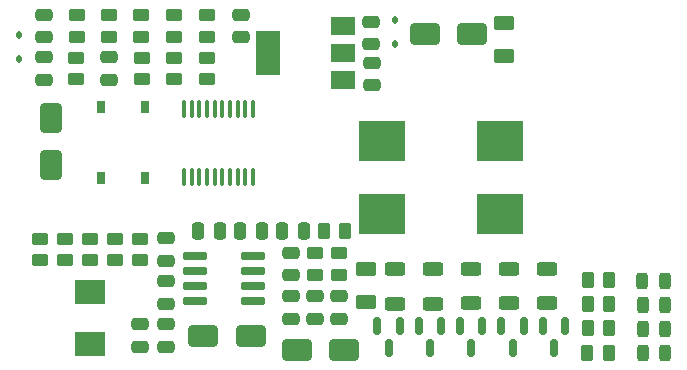
<source format=gbr>
%TF.GenerationSoftware,KiCad,Pcbnew,(7.0.0-0)*%
%TF.CreationDate,2023-04-10T19:10:16-05:00*%
%TF.ProjectId,ras_pi_supercap_ups,7261735f-7069-45f7-9375-706572636170,rev?*%
%TF.SameCoordinates,Original*%
%TF.FileFunction,Paste,Top*%
%TF.FilePolarity,Positive*%
%FSLAX46Y46*%
G04 Gerber Fmt 4.6, Leading zero omitted, Abs format (unit mm)*
G04 Created by KiCad (PCBNEW (7.0.0-0)) date 2023-04-10 19:10:16*
%MOMM*%
%LPD*%
G01*
G04 APERTURE LIST*
G04 Aperture macros list*
%AMRoundRect*
0 Rectangle with rounded corners*
0 $1 Rounding radius*
0 $2 $3 $4 $5 $6 $7 $8 $9 X,Y pos of 4 corners*
0 Add a 4 corners polygon primitive as box body*
4,1,4,$2,$3,$4,$5,$6,$7,$8,$9,$2,$3,0*
0 Add four circle primitives for the rounded corners*
1,1,$1+$1,$2,$3*
1,1,$1+$1,$4,$5*
1,1,$1+$1,$6,$7*
1,1,$1+$1,$8,$9*
0 Add four rect primitives between the rounded corners*
20,1,$1+$1,$2,$3,$4,$5,0*
20,1,$1+$1,$4,$5,$6,$7,0*
20,1,$1+$1,$6,$7,$8,$9,0*
20,1,$1+$1,$8,$9,$2,$3,0*%
G04 Aperture macros list end*
%ADD10RoundRect,0.243750X0.243750X0.456250X-0.243750X0.456250X-0.243750X-0.456250X0.243750X-0.456250X0*%
%ADD11RoundRect,0.112500X-0.112500X0.187500X-0.112500X-0.187500X0.112500X-0.187500X0.112500X0.187500X0*%
%ADD12RoundRect,0.150000X-0.150000X0.587500X-0.150000X-0.587500X0.150000X-0.587500X0.150000X0.587500X0*%
%ADD13RoundRect,0.250000X0.625000X-0.312500X0.625000X0.312500X-0.625000X0.312500X-0.625000X-0.312500X0*%
%ADD14RoundRect,0.250000X0.475000X-0.250000X0.475000X0.250000X-0.475000X0.250000X-0.475000X-0.250000X0*%
%ADD15RoundRect,0.250000X-0.475000X0.250000X-0.475000X-0.250000X0.475000X-0.250000X0.475000X0.250000X0*%
%ADD16RoundRect,0.250000X-0.450000X0.262500X-0.450000X-0.262500X0.450000X-0.262500X0.450000X0.262500X0*%
%ADD17R,2.500000X2.000000*%
%ADD18R,0.750000X1.000000*%
%ADD19RoundRect,0.250000X0.250000X0.475000X-0.250000X0.475000X-0.250000X-0.475000X0.250000X-0.475000X0*%
%ADD20RoundRect,0.250000X-0.262500X-0.450000X0.262500X-0.450000X0.262500X0.450000X-0.262500X0.450000X0*%
%ADD21RoundRect,0.250000X-0.250000X-0.475000X0.250000X-0.475000X0.250000X0.475000X-0.250000X0.475000X0*%
%ADD22RoundRect,0.250000X0.450000X-0.262500X0.450000X0.262500X-0.450000X0.262500X-0.450000X-0.262500X0*%
%ADD23R,4.000000X3.400000*%
%ADD24RoundRect,0.250000X1.000000X0.650000X-1.000000X0.650000X-1.000000X-0.650000X1.000000X-0.650000X0*%
%ADD25RoundRect,0.250000X0.262500X0.450000X-0.262500X0.450000X-0.262500X-0.450000X0.262500X-0.450000X0*%
%ADD26RoundRect,0.100000X0.100000X-0.637500X0.100000X0.637500X-0.100000X0.637500X-0.100000X-0.637500X0*%
%ADD27RoundRect,0.250000X-1.000000X-0.650000X1.000000X-0.650000X1.000000X0.650000X-1.000000X0.650000X0*%
%ADD28RoundRect,0.042000X0.943000X0.258000X-0.943000X0.258000X-0.943000X-0.258000X0.943000X-0.258000X0*%
%ADD29RoundRect,0.250000X0.625000X-0.375000X0.625000X0.375000X-0.625000X0.375000X-0.625000X-0.375000X0*%
%ADD30R,2.000000X1.500000*%
%ADD31R,2.000000X3.800000*%
%ADD32RoundRect,0.250000X-0.650000X1.000000X-0.650000X-1.000000X0.650000X-1.000000X0.650000X1.000000X0*%
G04 APERTURE END LIST*
D10*
%TO.C,D5*%
X113951595Y-130302000D03*
X112076595Y-130302000D03*
%TD*%
D11*
%TO.C,D1*%
X91100000Y-108170000D03*
X91100000Y-110270000D03*
%TD*%
D12*
%TO.C,U3*%
X98540000Y-134082500D03*
X96640000Y-134082500D03*
X97590000Y-135957500D03*
%TD*%
D13*
%TO.C,R5*%
X104010000Y-132182500D03*
X104010000Y-129257500D03*
%TD*%
D14*
%TO.C,C18*%
X82326000Y-129829500D03*
X82326000Y-127929500D03*
%TD*%
D15*
%TO.C,C13*%
X61400000Y-111370000D03*
X61400000Y-113270000D03*
%TD*%
D11*
%TO.C,D7*%
X59300000Y-109450000D03*
X59300000Y-111550000D03*
%TD*%
D16*
%TO.C,R18*%
X75200000Y-111387500D03*
X75200000Y-113212500D03*
%TD*%
D17*
%TO.C,L1*%
X65328999Y-131259499D03*
X65328999Y-135659499D03*
%TD*%
D15*
%TO.C,C11*%
X66915000Y-111350000D03*
X66915000Y-113250000D03*
%TD*%
D18*
%TO.C,SW1*%
X66224999Y-121617999D03*
X66224999Y-115617999D03*
X69974999Y-121617999D03*
X69974999Y-115617999D03*
%TD*%
D19*
%TO.C,C19*%
X76336000Y-126038000D03*
X74436000Y-126038000D03*
%TD*%
D20*
%TO.C,R15*%
X107437500Y-130257000D03*
X109262500Y-130257000D03*
%TD*%
D21*
%TO.C,C9*%
X81525332Y-126038000D03*
X83425332Y-126038000D03*
%TD*%
D14*
%TO.C,C17*%
X71716000Y-132244500D03*
X71716000Y-130344500D03*
%TD*%
D12*
%TO.C,U1*%
X105540000Y-134082500D03*
X103640000Y-134082500D03*
X104590000Y-135957500D03*
%TD*%
D22*
%TO.C,R20*%
X66915000Y-109612500D03*
X66915000Y-107787500D03*
%TD*%
D23*
%TO.C,R4*%
X100019999Y-118459999D03*
X90019999Y-118459999D03*
%TD*%
D13*
%TO.C,R9*%
X91170000Y-132222500D03*
X91170000Y-129297500D03*
%TD*%
D22*
%TO.C,R23*%
X84366000Y-129792000D03*
X84366000Y-127967000D03*
%TD*%
D24*
%TO.C,D4*%
X86806000Y-136144000D03*
X82806000Y-136144000D03*
%TD*%
D15*
%TO.C,C7*%
X89154000Y-111826000D03*
X89154000Y-113726000D03*
%TD*%
D16*
%TO.C,R13*%
X64172500Y-107787500D03*
X64172500Y-109612500D03*
%TD*%
D13*
%TO.C,R8*%
X94380000Y-132222500D03*
X94380000Y-129297500D03*
%TD*%
D25*
%TO.C,R21*%
X86912500Y-126038000D03*
X85087500Y-126038000D03*
%TD*%
D15*
%TO.C,C16*%
X82326000Y-131619500D03*
X82326000Y-133519500D03*
%TD*%
%TO.C,C14*%
X86406000Y-131619500D03*
X86406000Y-133519500D03*
%TD*%
D16*
%TO.C,R1*%
X69657500Y-107787500D03*
X69657500Y-109612500D03*
%TD*%
D10*
%TO.C,D6*%
X113967500Y-132334000D03*
X112092500Y-132334000D03*
%TD*%
D22*
%TO.C,R25*%
X61116000Y-128572000D03*
X61116000Y-126747000D03*
%TD*%
D14*
%TO.C,C22*%
X71716000Y-135879500D03*
X71716000Y-133979500D03*
%TD*%
D20*
%TO.C,R16*%
X107437500Y-132289000D03*
X109262500Y-132289000D03*
%TD*%
D15*
%TO.C,C8*%
X78066000Y-107750000D03*
X78066000Y-109650000D03*
%TD*%
D26*
%TO.C,U7*%
X73275000Y-121480500D03*
X73925000Y-121480500D03*
X74575000Y-121480500D03*
X75225000Y-121480500D03*
X75875000Y-121480500D03*
X76525000Y-121480500D03*
X77175000Y-121480500D03*
X77825000Y-121480500D03*
X78475000Y-121480500D03*
X79125000Y-121480500D03*
X79125000Y-115755500D03*
X78475000Y-115755500D03*
X77825000Y-115755500D03*
X77175000Y-115755500D03*
X76525000Y-115755500D03*
X75875000Y-115755500D03*
X75225000Y-115755500D03*
X74575000Y-115755500D03*
X73925000Y-115755500D03*
X73275000Y-115755500D03*
%TD*%
D20*
%TO.C,R17*%
X107395000Y-136398000D03*
X109220000Y-136398000D03*
%TD*%
D13*
%TO.C,R6*%
X100800000Y-132182500D03*
X100800000Y-129257500D03*
%TD*%
D27*
%TO.C,D10*%
X74911000Y-134949500D03*
X78911000Y-134949500D03*
%TD*%
D14*
%TO.C,C20*%
X69572000Y-135879500D03*
X69572000Y-133979500D03*
%TD*%
D10*
%TO.C,D8*%
X113967500Y-136398000D03*
X112092500Y-136398000D03*
%TD*%
D28*
%TO.C,U8*%
X79126000Y-132007000D03*
X79126000Y-130737000D03*
X79126000Y-129467000D03*
X79126000Y-128197000D03*
X74186000Y-128197000D03*
X74186000Y-129467000D03*
X74186000Y-130737000D03*
X74186000Y-132007000D03*
%TD*%
D12*
%TO.C,U5*%
X91540000Y-134082500D03*
X89640000Y-134082500D03*
X90590000Y-135957500D03*
%TD*%
D16*
%TO.C,R11*%
X72400000Y-107787500D03*
X72400000Y-109612500D03*
%TD*%
%TO.C,R26*%
X63230000Y-126747000D03*
X63230000Y-128572000D03*
%TD*%
D22*
%TO.C,R24*%
X69572000Y-128572000D03*
X69572000Y-126747000D03*
%TD*%
D19*
%TO.C,C10*%
X79880666Y-126038000D03*
X77980666Y-126038000D03*
%TD*%
D22*
%TO.C,R22*%
X86406000Y-129792000D03*
X86406000Y-127967000D03*
%TD*%
D14*
%TO.C,C21*%
X71716000Y-128609500D03*
X71716000Y-126709500D03*
%TD*%
D12*
%TO.C,U2*%
X102040000Y-134082500D03*
X100140000Y-134082500D03*
X101090000Y-135957500D03*
%TD*%
D16*
%TO.C,R12*%
X72400000Y-111387500D03*
X72400000Y-113212500D03*
%TD*%
D22*
%TO.C,R19*%
X75200000Y-109612500D03*
X75200000Y-107787500D03*
%TD*%
D29*
%TO.C,F1*%
X100400000Y-111300000D03*
X100400000Y-108500000D03*
%TD*%
D16*
%TO.C,R14*%
X64157500Y-111387500D03*
X64157500Y-113212500D03*
%TD*%
D13*
%TO.C,R7*%
X97590000Y-132182500D03*
X97590000Y-129257500D03*
%TD*%
D20*
%TO.C,R10*%
X107437500Y-134321000D03*
X109262500Y-134321000D03*
%TD*%
D12*
%TO.C,U4*%
X95040000Y-134082500D03*
X93140000Y-134082500D03*
X94090000Y-135957500D03*
%TD*%
D10*
%TO.C,D3*%
X113967500Y-134366000D03*
X112092500Y-134366000D03*
%TD*%
D30*
%TO.C,U6*%
X86715999Y-113297999D03*
X86715999Y-110997999D03*
D31*
X80415999Y-110997999D03*
D30*
X86715999Y-108697999D03*
%TD*%
D22*
%TO.C,R2*%
X69672500Y-113212500D03*
X69672500Y-111387500D03*
%TD*%
D23*
%TO.C,R3*%
X100019999Y-124629999D03*
X90019999Y-124629999D03*
%TD*%
D15*
%TO.C,C15*%
X84366000Y-131619500D03*
X84366000Y-133519500D03*
%TD*%
D29*
%TO.C,F2*%
X88646000Y-132078000D03*
X88646000Y-129278000D03*
%TD*%
D14*
%TO.C,C12*%
X61400000Y-109670000D03*
X61400000Y-107770000D03*
%TD*%
D22*
%TO.C,R28*%
X65344000Y-128572000D03*
X65344000Y-126747000D03*
%TD*%
D14*
%TO.C,C6*%
X89122000Y-110252000D03*
X89122000Y-108352000D03*
%TD*%
D27*
%TO.C,D2*%
X93665000Y-109370000D03*
X97665000Y-109370000D03*
%TD*%
D22*
%TO.C,R27*%
X67458000Y-128572000D03*
X67458000Y-126747000D03*
%TD*%
D32*
%TO.C,D9*%
X62050000Y-116500000D03*
X62050000Y-120500000D03*
%TD*%
M02*

</source>
